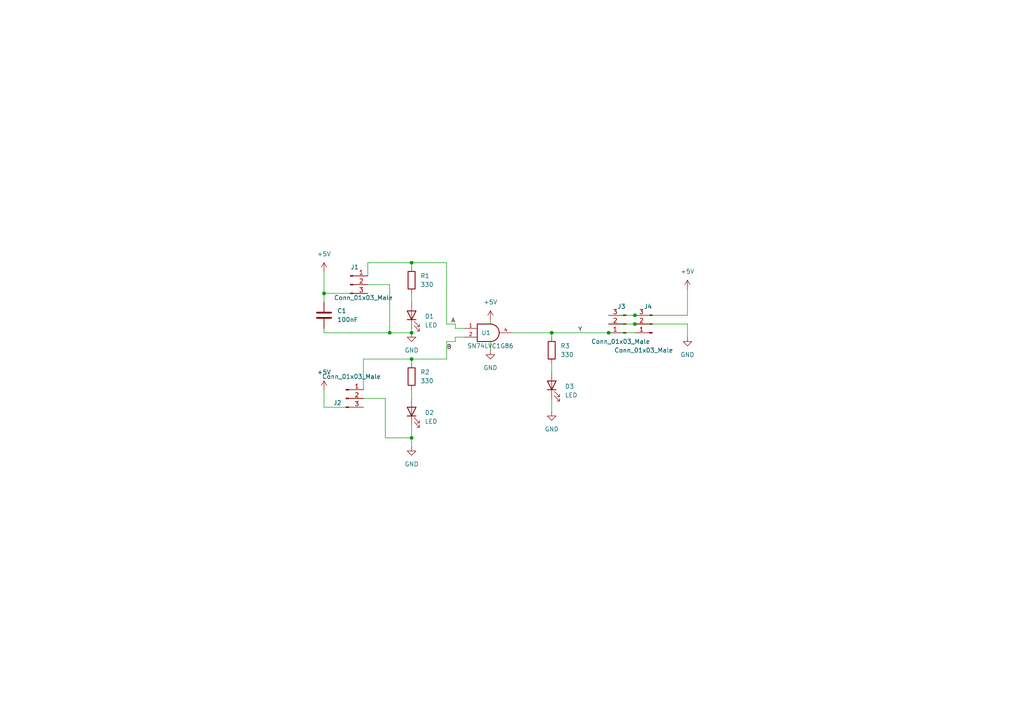
<source format=kicad_sch>
(kicad_sch
	(version 20231120)
	(generator "eeschema")
	(generator_version "8.0")
	(uuid "c58960d9-4cac-4036-ad2e-1aef26946dae")
	(paper "A4")
	(lib_symbols
		(symbol "74xGxx:74LVC1G08"
			(pin_names
				(offset 1.016)
			)
			(exclude_from_sim no)
			(in_bom yes)
			(on_board yes)
			(property "Reference" "U"
				(at -2.54 3.81 0)
				(effects
					(font
						(size 1.27 1.27)
					)
				)
			)
			(property "Value" "74LVC1G08"
				(at 0 -3.81 0)
				(effects
					(font
						(size 1.27 1.27)
					)
				)
			)
			(property "Footprint" ""
				(at 0 0 0)
				(effects
					(font
						(size 1.27 1.27)
					)
					(hide yes)
				)
			)
			(property "Datasheet" "http://www.ti.com/lit/sg/scyt129e/scyt129e.pdf"
				(at 0 0 0)
				(effects
					(font
						(size 1.27 1.27)
					)
					(hide yes)
				)
			)
			(property "Description" "Single AND Gate, Low-Voltage CMOS"
				(at 0 0 0)
				(effects
					(font
						(size 1.27 1.27)
					)
					(hide yes)
				)
			)
			(property "ki_keywords" "Single Gate AND LVC CMOS"
				(at 0 0 0)
				(effects
					(font
						(size 1.27 1.27)
					)
					(hide yes)
				)
			)
			(property "ki_fp_filters" "SOT* SG-*"
				(at 0 0 0)
				(effects
					(font
						(size 1.27 1.27)
					)
					(hide yes)
				)
			)
			(symbol "74LVC1G08_0_1"
				(arc
					(start 0 -2.54)
					(mid 2.529 0)
					(end 0 2.54)
					(stroke
						(width 0.254)
						(type default)
					)
					(fill
						(type none)
					)
				)
				(polyline
					(pts
						(xy 0 -2.54) (xy -3.81 -2.54) (xy -3.81 2.54) (xy 0 2.54)
					)
					(stroke
						(width 0.254)
						(type default)
					)
					(fill
						(type none)
					)
				)
			)
			(symbol "74LVC1G08_1_1"
				(pin input line
					(at -7.62 1.27 0)
					(length 3.81)
					(name "~"
						(effects
							(font
								(size 1.016 1.016)
							)
						)
					)
					(number "1"
						(effects
							(font
								(size 1.016 1.016)
							)
						)
					)
				)
				(pin input line
					(at -7.62 -1.27 0)
					(length 3.81)
					(name "~"
						(effects
							(font
								(size 1.016 1.016)
							)
						)
					)
					(number "2"
						(effects
							(font
								(size 1.016 1.016)
							)
						)
					)
				)
				(pin power_in line
					(at 0 -2.54 270)
					(length 0) hide
					(name "GND"
						(effects
							(font
								(size 1.016 1.016)
							)
						)
					)
					(number "3"
						(effects
							(font
								(size 1.016 1.016)
							)
						)
					)
				)
				(pin output line
					(at 6.35 0 180)
					(length 3.81)
					(name "~"
						(effects
							(font
								(size 1.016 1.016)
							)
						)
					)
					(number "4"
						(effects
							(font
								(size 1.016 1.016)
							)
						)
					)
				)
				(pin power_in line
					(at 0 2.54 90)
					(length 0) hide
					(name "VCC"
						(effects
							(font
								(size 1.016 1.016)
							)
						)
					)
					(number "5"
						(effects
							(font
								(size 1.016 1.016)
							)
						)
					)
				)
			)
		)
		(symbol "Connector:Conn_01x03_Male"
			(pin_names
				(offset 1.016) hide)
			(exclude_from_sim no)
			(in_bom yes)
			(on_board yes)
			(property "Reference" "J"
				(at 0 5.08 0)
				(effects
					(font
						(size 1.27 1.27)
					)
				)
			)
			(property "Value" "Conn_01x03_Male"
				(at 0 -5.08 0)
				(effects
					(font
						(size 1.27 1.27)
					)
				)
			)
			(property "Footprint" ""
				(at 0 0 0)
				(effects
					(font
						(size 1.27 1.27)
					)
					(hide yes)
				)
			)
			(property "Datasheet" "~"
				(at 0 0 0)
				(effects
					(font
						(size 1.27 1.27)
					)
					(hide yes)
				)
			)
			(property "Description" "Generic connector, single row, 01x03, script generated (kicad-library-utils/schlib/autogen/connector/)"
				(at 0 0 0)
				(effects
					(font
						(size 1.27 1.27)
					)
					(hide yes)
				)
			)
			(property "ki_keywords" "connector"
				(at 0 0 0)
				(effects
					(font
						(size 1.27 1.27)
					)
					(hide yes)
				)
			)
			(property "ki_fp_filters" "Connector*:*_1x??_*"
				(at 0 0 0)
				(effects
					(font
						(size 1.27 1.27)
					)
					(hide yes)
				)
			)
			(symbol "Conn_01x03_Male_1_1"
				(polyline
					(pts
						(xy 1.27 -2.54) (xy 0.8636 -2.54)
					)
					(stroke
						(width 0.1524)
						(type default)
					)
					(fill
						(type none)
					)
				)
				(polyline
					(pts
						(xy 1.27 0) (xy 0.8636 0)
					)
					(stroke
						(width 0.1524)
						(type default)
					)
					(fill
						(type none)
					)
				)
				(polyline
					(pts
						(xy 1.27 2.54) (xy 0.8636 2.54)
					)
					(stroke
						(width 0.1524)
						(type default)
					)
					(fill
						(type none)
					)
				)
				(rectangle
					(start 0.8636 -2.413)
					(end 0 -2.667)
					(stroke
						(width 0.1524)
						(type default)
					)
					(fill
						(type outline)
					)
				)
				(rectangle
					(start 0.8636 0.127)
					(end 0 -0.127)
					(stroke
						(width 0.1524)
						(type default)
					)
					(fill
						(type outline)
					)
				)
				(rectangle
					(start 0.8636 2.667)
					(end 0 2.413)
					(stroke
						(width 0.1524)
						(type default)
					)
					(fill
						(type outline)
					)
				)
				(pin passive line
					(at 5.08 2.54 180)
					(length 3.81)
					(name "Pin_1"
						(effects
							(font
								(size 1.27 1.27)
							)
						)
					)
					(number "1"
						(effects
							(font
								(size 1.27 1.27)
							)
						)
					)
				)
				(pin passive line
					(at 5.08 0 180)
					(length 3.81)
					(name "Pin_2"
						(effects
							(font
								(size 1.27 1.27)
							)
						)
					)
					(number "2"
						(effects
							(font
								(size 1.27 1.27)
							)
						)
					)
				)
				(pin passive line
					(at 5.08 -2.54 180)
					(length 3.81)
					(name "Pin_3"
						(effects
							(font
								(size 1.27 1.27)
							)
						)
					)
					(number "3"
						(effects
							(font
								(size 1.27 1.27)
							)
						)
					)
				)
			)
		)
		(symbol "Device:C"
			(pin_numbers hide)
			(pin_names
				(offset 0.254)
			)
			(exclude_from_sim no)
			(in_bom yes)
			(on_board yes)
			(property "Reference" "C"
				(at 0.635 2.54 0)
				(effects
					(font
						(size 1.27 1.27)
					)
					(justify left)
				)
			)
			(property "Value" "C"
				(at 0.635 -2.54 0)
				(effects
					(font
						(size 1.27 1.27)
					)
					(justify left)
				)
			)
			(property "Footprint" ""
				(at 0.9652 -3.81 0)
				(effects
					(font
						(size 1.27 1.27)
					)
					(hide yes)
				)
			)
			(property "Datasheet" "~"
				(at 0 0 0)
				(effects
					(font
						(size 1.27 1.27)
					)
					(hide yes)
				)
			)
			(property "Description" "Unpolarized capacitor"
				(at 0 0 0)
				(effects
					(font
						(size 1.27 1.27)
					)
					(hide yes)
				)
			)
			(property "ki_keywords" "cap capacitor"
				(at 0 0 0)
				(effects
					(font
						(size 1.27 1.27)
					)
					(hide yes)
				)
			)
			(property "ki_fp_filters" "C_*"
				(at 0 0 0)
				(effects
					(font
						(size 1.27 1.27)
					)
					(hide yes)
				)
			)
			(symbol "C_0_1"
				(polyline
					(pts
						(xy -2.032 -0.762) (xy 2.032 -0.762)
					)
					(stroke
						(width 0.508)
						(type default)
					)
					(fill
						(type none)
					)
				)
				(polyline
					(pts
						(xy -2.032 0.762) (xy 2.032 0.762)
					)
					(stroke
						(width 0.508)
						(type default)
					)
					(fill
						(type none)
					)
				)
			)
			(symbol "C_1_1"
				(pin passive line
					(at 0 3.81 270)
					(length 2.794)
					(name "~"
						(effects
							(font
								(size 1.27 1.27)
							)
						)
					)
					(number "1"
						(effects
							(font
								(size 1.27 1.27)
							)
						)
					)
				)
				(pin passive line
					(at 0 -3.81 90)
					(length 2.794)
					(name "~"
						(effects
							(font
								(size 1.27 1.27)
							)
						)
					)
					(number "2"
						(effects
							(font
								(size 1.27 1.27)
							)
						)
					)
				)
			)
		)
		(symbol "Device:LED"
			(pin_numbers hide)
			(pin_names
				(offset 1.016) hide)
			(exclude_from_sim no)
			(in_bom yes)
			(on_board yes)
			(property "Reference" "D"
				(at 0 2.54 0)
				(effects
					(font
						(size 1.27 1.27)
					)
				)
			)
			(property "Value" "LED"
				(at 0 -2.54 0)
				(effects
					(font
						(size 1.27 1.27)
					)
				)
			)
			(property "Footprint" ""
				(at 0 0 0)
				(effects
					(font
						(size 1.27 1.27)
					)
					(hide yes)
				)
			)
			(property "Datasheet" "~"
				(at 0 0 0)
				(effects
					(font
						(size 1.27 1.27)
					)
					(hide yes)
				)
			)
			(property "Description" "Light emitting diode"
				(at 0 0 0)
				(effects
					(font
						(size 1.27 1.27)
					)
					(hide yes)
				)
			)
			(property "ki_keywords" "LED diode"
				(at 0 0 0)
				(effects
					(font
						(size 1.27 1.27)
					)
					(hide yes)
				)
			)
			(property "ki_fp_filters" "LED* LED_SMD:* LED_THT:*"
				(at 0 0 0)
				(effects
					(font
						(size 1.27 1.27)
					)
					(hide yes)
				)
			)
			(symbol "LED_0_1"
				(polyline
					(pts
						(xy -1.27 -1.27) (xy -1.27 1.27)
					)
					(stroke
						(width 0.254)
						(type default)
					)
					(fill
						(type none)
					)
				)
				(polyline
					(pts
						(xy -1.27 0) (xy 1.27 0)
					)
					(stroke
						(width 0)
						(type default)
					)
					(fill
						(type none)
					)
				)
				(polyline
					(pts
						(xy 1.27 -1.27) (xy 1.27 1.27) (xy -1.27 0) (xy 1.27 -1.27)
					)
					(stroke
						(width 0.254)
						(type default)
					)
					(fill
						(type none)
					)
				)
				(polyline
					(pts
						(xy -3.048 -0.762) (xy -4.572 -2.286) (xy -3.81 -2.286) (xy -4.572 -2.286) (xy -4.572 -1.524)
					)
					(stroke
						(width 0)
						(type default)
					)
					(fill
						(type none)
					)
				)
				(polyline
					(pts
						(xy -1.778 -0.762) (xy -3.302 -2.286) (xy -2.54 -2.286) (xy -3.302 -2.286) (xy -3.302 -1.524)
					)
					(stroke
						(width 0)
						(type default)
					)
					(fill
						(type none)
					)
				)
			)
			(symbol "LED_1_1"
				(pin passive line
					(at -3.81 0 0)
					(length 2.54)
					(name "K"
						(effects
							(font
								(size 1.27 1.27)
							)
						)
					)
					(number "1"
						(effects
							(font
								(size 1.27 1.27)
							)
						)
					)
				)
				(pin passive line
					(at 3.81 0 180)
					(length 2.54)
					(name "A"
						(effects
							(font
								(size 1.27 1.27)
							)
						)
					)
					(number "2"
						(effects
							(font
								(size 1.27 1.27)
							)
						)
					)
				)
			)
		)
		(symbol "Device:R"
			(pin_numbers hide)
			(pin_names
				(offset 0)
			)
			(exclude_from_sim no)
			(in_bom yes)
			(on_board yes)
			(property "Reference" "R"
				(at 2.032 0 90)
				(effects
					(font
						(size 1.27 1.27)
					)
				)
			)
			(property "Value" "R"
				(at 0 0 90)
				(effects
					(font
						(size 1.27 1.27)
					)
				)
			)
			(property "Footprint" ""
				(at -1.778 0 90)
				(effects
					(font
						(size 1.27 1.27)
					)
					(hide yes)
				)
			)
			(property "Datasheet" "~"
				(at 0 0 0)
				(effects
					(font
						(size 1.27 1.27)
					)
					(hide yes)
				)
			)
			(property "Description" "Resistor"
				(at 0 0 0)
				(effects
					(font
						(size 1.27 1.27)
					)
					(hide yes)
				)
			)
			(property "ki_keywords" "R res resistor"
				(at 0 0 0)
				(effects
					(font
						(size 1.27 1.27)
					)
					(hide yes)
				)
			)
			(property "ki_fp_filters" "R_*"
				(at 0 0 0)
				(effects
					(font
						(size 1.27 1.27)
					)
					(hide yes)
				)
			)
			(symbol "R_0_1"
				(rectangle
					(start -1.016 -2.54)
					(end 1.016 2.54)
					(stroke
						(width 0.254)
						(type default)
					)
					(fill
						(type none)
					)
				)
			)
			(symbol "R_1_1"
				(pin passive line
					(at 0 3.81 270)
					(length 1.27)
					(name "~"
						(effects
							(font
								(size 1.27 1.27)
							)
						)
					)
					(number "1"
						(effects
							(font
								(size 1.27 1.27)
							)
						)
					)
				)
				(pin passive line
					(at 0 -3.81 90)
					(length 1.27)
					(name "~"
						(effects
							(font
								(size 1.27 1.27)
							)
						)
					)
					(number "2"
						(effects
							(font
								(size 1.27 1.27)
							)
						)
					)
				)
			)
		)
		(symbol "power:+5V"
			(power)
			(pin_names
				(offset 0)
			)
			(exclude_from_sim no)
			(in_bom yes)
			(on_board yes)
			(property "Reference" "#PWR"
				(at 0 -3.81 0)
				(effects
					(font
						(size 1.27 1.27)
					)
					(hide yes)
				)
			)
			(property "Value" "+5V"
				(at 0 3.556 0)
				(effects
					(font
						(size 1.27 1.27)
					)
				)
			)
			(property "Footprint" ""
				(at 0 0 0)
				(effects
					(font
						(size 1.27 1.27)
					)
					(hide yes)
				)
			)
			(property "Datasheet" ""
				(at 0 0 0)
				(effects
					(font
						(size 1.27 1.27)
					)
					(hide yes)
				)
			)
			(property "Description" "Power symbol creates a global label with name \"+5V\""
				(at 0 0 0)
				(effects
					(font
						(size 1.27 1.27)
					)
					(hide yes)
				)
			)
			(property "ki_keywords" "power-flag"
				(at 0 0 0)
				(effects
					(font
						(size 1.27 1.27)
					)
					(hide yes)
				)
			)
			(symbol "+5V_0_1"
				(polyline
					(pts
						(xy -0.762 1.27) (xy 0 2.54)
					)
					(stroke
						(width 0)
						(type default)
					)
					(fill
						(type none)
					)
				)
				(polyline
					(pts
						(xy 0 0) (xy 0 2.54)
					)
					(stroke
						(width 0)
						(type default)
					)
					(fill
						(type none)
					)
				)
				(polyline
					(pts
						(xy 0 2.54) (xy 0.762 1.27)
					)
					(stroke
						(width 0)
						(type default)
					)
					(fill
						(type none)
					)
				)
			)
			(symbol "+5V_1_1"
				(pin power_in line
					(at 0 0 90)
					(length 0) hide
					(name "+5V"
						(effects
							(font
								(size 1.27 1.27)
							)
						)
					)
					(number "1"
						(effects
							(font
								(size 1.27 1.27)
							)
						)
					)
				)
			)
		)
		(symbol "power:GND"
			(power)
			(pin_names
				(offset 0)
			)
			(exclude_from_sim no)
			(in_bom yes)
			(on_board yes)
			(property "Reference" "#PWR"
				(at 0 -6.35 0)
				(effects
					(font
						(size 1.27 1.27)
					)
					(hide yes)
				)
			)
			(property "Value" "GND"
				(at 0 -3.81 0)
				(effects
					(font
						(size 1.27 1.27)
					)
				)
			)
			(property "Footprint" ""
				(at 0 0 0)
				(effects
					(font
						(size 1.27 1.27)
					)
					(hide yes)
				)
			)
			(property "Datasheet" ""
				(at 0 0 0)
				(effects
					(font
						(size 1.27 1.27)
					)
					(hide yes)
				)
			)
			(property "Description" "Power symbol creates a global label with name \"GND\" , ground"
				(at 0 0 0)
				(effects
					(font
						(size 1.27 1.27)
					)
					(hide yes)
				)
			)
			(property "ki_keywords" "power-flag"
				(at 0 0 0)
				(effects
					(font
						(size 1.27 1.27)
					)
					(hide yes)
				)
			)
			(symbol "GND_0_1"
				(polyline
					(pts
						(xy 0 0) (xy 0 -1.27) (xy 1.27 -1.27) (xy 0 -2.54) (xy -1.27 -1.27) (xy 0 -1.27)
					)
					(stroke
						(width 0)
						(type default)
					)
					(fill
						(type none)
					)
				)
			)
			(symbol "GND_1_1"
				(pin power_in line
					(at 0 0 270)
					(length 0) hide
					(name "GND"
						(effects
							(font
								(size 1.27 1.27)
							)
						)
					)
					(number "1"
						(effects
							(font
								(size 1.27 1.27)
							)
						)
					)
				)
			)
		)
	)
	(junction
		(at 119.38 96.52)
		(diameter 0)
		(color 0 0 0 0)
		(uuid "1e9b7fc1-f8b8-421f-9347-3d66318539f9")
	)
	(junction
		(at 93.98 85.09)
		(diameter 0)
		(color 0 0 0 0)
		(uuid "23dc6608-56bf-4669-934d-68af9d8b4eda")
	)
	(junction
		(at 160.02 96.52)
		(diameter 0)
		(color 0 0 0 0)
		(uuid "3c5e5ea9-793d-46e3-86bc-5884c4490dc7")
	)
	(junction
		(at 119.38 76.2)
		(diameter 0)
		(color 0 0 0 0)
		(uuid "43707e99-bdd7-4b02-9974-540ed6c2b0aa")
	)
	(junction
		(at 184.15 93.98)
		(diameter 0)
		(color 0 0 0 0)
		(uuid "511e9a47-88c1-4b75-8962-849e854cb5b9")
	)
	(junction
		(at 119.38 104.14)
		(diameter 0)
		(color 0 0 0 0)
		(uuid "54212c01-b363-47b8-a145-45c40df316f4")
	)
	(junction
		(at 176.53 96.52)
		(diameter 0)
		(color 0 0 0 0)
		(uuid "9d87d66c-04b6-4d77-8e65-ee3d79da3f81")
	)
	(junction
		(at 113.03 96.52)
		(diameter 0)
		(color 0 0 0 0)
		(uuid "b89b6d43-23a4-4aa3-8016-489eef644d7a")
	)
	(junction
		(at 119.38 127)
		(diameter 0)
		(color 0 0 0 0)
		(uuid "c08d36b5-940c-4e7c-a73c-f340ce908dd0")
	)
	(junction
		(at 184.15 91.44)
		(diameter 0)
		(color 0 0 0 0)
		(uuid "caacacee-6a11-4f77-adb3-e35a6e2a5f8e")
	)
	(wire
		(pts
			(xy 134.62 97.79) (xy 132.08 97.79)
		)
		(stroke
			(width 0)
			(type default)
		)
		(uuid "029e7543-83c3-4189-8def-05112de95896")
	)
	(wire
		(pts
			(xy 106.68 76.2) (xy 119.38 76.2)
		)
		(stroke
			(width 0)
			(type default)
		)
		(uuid "076046ab-4b56-4060-b8d9-0d80806d0277")
	)
	(wire
		(pts
			(xy 93.98 85.09) (xy 93.98 87.63)
		)
		(stroke
			(width 0)
			(type default)
		)
		(uuid "118f77f5-452f-4845-8874-0796f1908a63")
	)
	(wire
		(pts
			(xy 160.02 115.57) (xy 160.02 119.38)
		)
		(stroke
			(width 0)
			(type default)
		)
		(uuid "1199146e-a60b-416a-b503-e77d6d2892f9")
	)
	(wire
		(pts
			(xy 184.15 91.44) (xy 199.39 91.44)
		)
		(stroke
			(width 0)
			(type default)
		)
		(uuid "119a7a82-e2ec-415b-91cc-9a0a873f9bd6")
	)
	(wire
		(pts
			(xy 176.53 91.44) (xy 184.15 91.44)
		)
		(stroke
			(width 0)
			(type default)
		)
		(uuid "12174b28-fa2c-42b3-aecd-4250e814e7aa")
	)
	(wire
		(pts
			(xy 105.41 118.11) (xy 93.98 118.11)
		)
		(stroke
			(width 0)
			(type default)
		)
		(uuid "169c9d17-110b-4c3b-b53f-722f145c0857")
	)
	(wire
		(pts
			(xy 148.59 96.52) (xy 160.02 96.52)
		)
		(stroke
			(width 0)
			(type default)
		)
		(uuid "180245d9-4a3f-4d1b-adcc-b4eafac722e0")
	)
	(wire
		(pts
			(xy 129.54 76.2) (xy 129.54 93.98)
		)
		(stroke
			(width 0)
			(type default)
		)
		(uuid "196a8dd5-5fd6-4c7f-ae4a-0104bd82e61b")
	)
	(wire
		(pts
			(xy 113.03 82.55) (xy 113.03 96.52)
		)
		(stroke
			(width 0)
			(type default)
		)
		(uuid "1b4f8c82-3222-4760-8105-e571c9d4f246")
	)
	(wire
		(pts
			(xy 93.98 85.09) (xy 106.68 85.09)
		)
		(stroke
			(width 0)
			(type default)
		)
		(uuid "1f11ad4f-3010-4903-b926-1194a5e0f425")
	)
	(wire
		(pts
			(xy 129.54 99.06) (xy 132.08 99.06)
		)
		(stroke
			(width 0)
			(type default)
		)
		(uuid "1fbb0219-551e-409b-a61b-76e8cebdfb9d")
	)
	(wire
		(pts
			(xy 160.02 105.41) (xy 160.02 107.95)
		)
		(stroke
			(width 0)
			(type default)
		)
		(uuid "2454fd1b-3484-4838-8b7e-d26357238fe1")
	)
	(wire
		(pts
			(xy 176.53 93.98) (xy 184.15 93.98)
		)
		(stroke
			(width 0)
			(type default)
		)
		(uuid "24c01a78-3470-4b05-b7bc-6162cce2180f")
	)
	(wire
		(pts
			(xy 105.41 115.57) (xy 111.76 115.57)
		)
		(stroke
			(width 0)
			(type default)
		)
		(uuid "30da22f2-e634-49a5-abeb-82d507c89cca")
	)
	(wire
		(pts
			(xy 113.03 96.52) (xy 119.38 96.52)
		)
		(stroke
			(width 0)
			(type default)
		)
		(uuid "336c6dbc-0a7e-4444-9ed9-286e298d99da")
	)
	(wire
		(pts
			(xy 142.24 92.71) (xy 142.24 93.98)
		)
		(stroke
			(width 0)
			(type default)
		)
		(uuid "380f384c-ebb9-4bed-867a-850868207c86")
	)
	(wire
		(pts
			(xy 199.39 83.82) (xy 199.39 91.44)
		)
		(stroke
			(width 0)
			(type default)
		)
		(uuid "3ae056f4-6a7e-4768-8469-f6c7c1cbd7b2")
	)
	(wire
		(pts
			(xy 132.08 93.98) (xy 129.54 93.98)
		)
		(stroke
			(width 0)
			(type default)
		)
		(uuid "45884597-7014-4461-83ee-9975c42b9a53")
	)
	(wire
		(pts
			(xy 160.02 96.52) (xy 176.53 96.52)
		)
		(stroke
			(width 0)
			(type default)
		)
		(uuid "4602f25e-67da-4174-86d6-bbb672ef7724")
	)
	(wire
		(pts
			(xy 105.41 104.14) (xy 119.38 104.14)
		)
		(stroke
			(width 0)
			(type default)
		)
		(uuid "469d0695-475a-444a-9f33-78ae4de4676d")
	)
	(wire
		(pts
			(xy 184.15 93.98) (xy 199.39 93.98)
		)
		(stroke
			(width 0)
			(type default)
		)
		(uuid "567940ec-4cec-43d3-8eab-b4df0e8df3d1")
	)
	(wire
		(pts
			(xy 119.38 85.09) (xy 119.38 87.63)
		)
		(stroke
			(width 0)
			(type default)
		)
		(uuid "5d9921f1-08b3-4cc9-8cf7-e9a72ca2fdb7")
	)
	(wire
		(pts
			(xy 199.39 93.98) (xy 199.39 97.79)
		)
		(stroke
			(width 0)
			(type default)
		)
		(uuid "6377b4a9-01c5-43f6-8543-b02df9364840")
	)
	(wire
		(pts
			(xy 105.41 113.03) (xy 105.41 104.14)
		)
		(stroke
			(width 0)
			(type default)
		)
		(uuid "691c5751-a4c7-4f00-b6d1-d37910719f17")
	)
	(wire
		(pts
			(xy 111.76 115.57) (xy 111.76 127)
		)
		(stroke
			(width 0)
			(type default)
		)
		(uuid "76ab09bc-ba3a-40a2-9aa0-cc651d4cd521")
	)
	(wire
		(pts
			(xy 119.38 104.14) (xy 129.54 104.14)
		)
		(stroke
			(width 0)
			(type default)
		)
		(uuid "79770cd5-32d7-429a-8248-0d9e6212231a")
	)
	(wire
		(pts
			(xy 119.38 127) (xy 119.38 129.54)
		)
		(stroke
			(width 0)
			(type default)
		)
		(uuid "7c7213b4-2cca-4235-8a4f-a07a0acf21eb")
	)
	(wire
		(pts
			(xy 93.98 113.03) (xy 93.98 118.11)
		)
		(stroke
			(width 0)
			(type default)
		)
		(uuid "8de68870-5d02-4792-905b-2e9e44982a07")
	)
	(wire
		(pts
			(xy 119.38 95.25) (xy 119.38 96.52)
		)
		(stroke
			(width 0)
			(type default)
		)
		(uuid "9186fd02-f30d-4e17-aa38-378ab73e3908")
	)
	(wire
		(pts
			(xy 129.54 104.14) (xy 129.54 99.06)
		)
		(stroke
			(width 0)
			(type default)
		)
		(uuid "99332785-d9f1-4363-9377-26ddc18e6d2c")
	)
	(wire
		(pts
			(xy 119.38 123.19) (xy 119.38 127)
		)
		(stroke
			(width 0)
			(type default)
		)
		(uuid "997c2f12-73ba-4c01-9ee0-42e37cbab790")
	)
	(wire
		(pts
			(xy 132.08 93.98) (xy 132.08 95.25)
		)
		(stroke
			(width 0)
			(type default)
		)
		(uuid "a49bfe8c-5e21-4b17-ad20-4dbeab669687")
	)
	(wire
		(pts
			(xy 93.98 95.25) (xy 93.98 96.52)
		)
		(stroke
			(width 0)
			(type default)
		)
		(uuid "aa130053-a451-4f12-97f7-3d4d891a5f83")
	)
	(wire
		(pts
			(xy 119.38 77.47) (xy 119.38 76.2)
		)
		(stroke
			(width 0)
			(type default)
		)
		(uuid "b0271cdd-de22-4bf4-8f55-fc137cfbd4ec")
	)
	(wire
		(pts
			(xy 93.98 96.52) (xy 113.03 96.52)
		)
		(stroke
			(width 0)
			(type default)
		)
		(uuid "b09666f9-12f1-4ee9-8877-2292c94258ca")
	)
	(wire
		(pts
			(xy 132.08 97.79) (xy 132.08 99.06)
		)
		(stroke
			(width 0)
			(type default)
		)
		(uuid "b8bf6010-53d9-40f8-a421-ef35f0933904")
	)
	(wire
		(pts
			(xy 119.38 76.2) (xy 129.54 76.2)
		)
		(stroke
			(width 0)
			(type default)
		)
		(uuid "c514e30c-e48e-4ca5-ab44-8b3afedef1f2")
	)
	(wire
		(pts
			(xy 93.98 78.74) (xy 93.98 85.09)
		)
		(stroke
			(width 0)
			(type default)
		)
		(uuid "c6f07f09-0dc1-4ce1-8fe0-f084de5bcbc2")
	)
	(wire
		(pts
			(xy 111.76 127) (xy 119.38 127)
		)
		(stroke
			(width 0)
			(type default)
		)
		(uuid "c8fd9dd3-06ad-4146-9239-0065013959ef")
	)
	(wire
		(pts
			(xy 119.38 113.03) (xy 119.38 115.57)
		)
		(stroke
			(width 0)
			(type default)
		)
		(uuid "dae72997-44fc-4275-b36f-cd70bf46cfba")
	)
	(wire
		(pts
			(xy 176.53 96.52) (xy 184.15 96.52)
		)
		(stroke
			(width 0)
			(type default)
		)
		(uuid "e17480b8-d344-4339-aa2d-7942c795e4bd")
	)
	(wire
		(pts
			(xy 119.38 105.41) (xy 119.38 104.14)
		)
		(stroke
			(width 0)
			(type default)
		)
		(uuid "e4e20505-1208-4100-a4aa-676f50844c06")
	)
	(wire
		(pts
			(xy 132.08 95.25) (xy 134.62 95.25)
		)
		(stroke
			(width 0)
			(type default)
		)
		(uuid "e52330e4-3d58-40fb-8b1a-b21a2d747617")
	)
	(wire
		(pts
			(xy 106.68 82.55) (xy 113.03 82.55)
		)
		(stroke
			(width 0)
			(type default)
		)
		(uuid "e64b4a7c-5015-403a-ab34-bd8d4f4f2579")
	)
	(wire
		(pts
			(xy 106.68 76.2) (xy 106.68 80.01)
		)
		(stroke
			(width 0)
			(type default)
		)
		(uuid "f6e801f1-2123-4f29-87b5-df20757db1e6")
	)
	(wire
		(pts
			(xy 160.02 97.79) (xy 160.02 96.52)
		)
		(stroke
			(width 0)
			(type default)
		)
		(uuid "f8f3a9fc-1e34-4573-a767-508104e8d242")
	)
	(wire
		(pts
			(xy 142.24 99.06) (xy 142.24 101.6)
		)
		(stroke
			(width 0)
			(type default)
		)
		(uuid "fbd8e583-6703-44f2-a1be-b22f87e3e0a7")
	)
	(label "Y"
		(at 167.64 96.52 0)
		(effects
			(font
				(size 1.2446 1.2446)
			)
			(justify left bottom)
		)
		(uuid "98914cc3-56fe-40bb-820a-3d157225c145")
	)
	(label "B"
		(at 129.54 101.6 0)
		(effects
			(font
				(size 1.2446 1.2446)
			)
			(justify left bottom)
		)
		(uuid "99dfa524-0366-4808-b4e8-328fc38e8656")
	)
	(label "A"
		(at 130.81 93.98 0)
		(effects
			(font
				(size 1.2446 1.2446)
			)
			(justify left bottom)
		)
		(uuid "d4c9471f-7503-4339-928c-d1abae1eede6")
	)
	(symbol
		(lib_id "power:+5V")
		(at 199.39 83.82 0)
		(unit 1)
		(exclude_from_sim no)
		(in_bom yes)
		(on_board yes)
		(dnp no)
		(fields_autoplaced yes)
		(uuid "04e0d033-de54-4add-9233-80bbb05dc2cf")
		(property "Reference" "#PWR0102"
			(at 199.39 87.63 0)
			(effects
				(font
					(size 1.27 1.27)
				)
				(hide yes)
			)
		)
		(property "Value" "+5V"
			(at 199.39 78.74 0)
			(effects
				(font
					(size 1.27 1.27)
				)
			)
		)
		(property "Footprint" ""
			(at 199.39 83.82 0)
			(effects
				(font
					(size 1.27 1.27)
				)
				(hide yes)
			)
		)
		(property "Datasheet" ""
			(at 199.39 83.82 0)
			(effects
				(font
					(size 1.27 1.27)
				)
				(hide yes)
			)
		)
		(property "Description" ""
			(at 199.39 83.82 0)
			(effects
				(font
					(size 1.27 1.27)
				)
				(hide yes)
			)
		)
		(pin "1"
			(uuid "748985b8-be37-41cd-b7eb-0fffb11765ff")
		)
		(instances
			(project "ORgate"
				(path "/c58960d9-4cac-4036-ad2e-1aef26946dae"
					(reference "#PWR0102")
					(unit 1)
				)
			)
		)
	)
	(symbol
		(lib_id "power:GND")
		(at 119.38 96.52 0)
		(unit 1)
		(exclude_from_sim no)
		(in_bom yes)
		(on_board yes)
		(dnp no)
		(fields_autoplaced yes)
		(uuid "0f575350-c4e9-421c-ba59-ad23a25941ed")
		(property "Reference" "#PWR0109"
			(at 119.38 102.87 0)
			(effects
				(font
					(size 1.27 1.27)
				)
				(hide yes)
			)
		)
		(property "Value" "GND"
			(at 119.38 101.6 0)
			(effects
				(font
					(size 1.27 1.27)
				)
			)
		)
		(property "Footprint" ""
			(at 119.38 96.52 0)
			(effects
				(font
					(size 1.27 1.27)
				)
				(hide yes)
			)
		)
		(property "Datasheet" ""
			(at 119.38 96.52 0)
			(effects
				(font
					(size 1.27 1.27)
				)
				(hide yes)
			)
		)
		(property "Description" ""
			(at 119.38 96.52 0)
			(effects
				(font
					(size 1.27 1.27)
				)
				(hide yes)
			)
		)
		(pin "1"
			(uuid "e40606ec-99da-470a-a153-7861cde7681f")
		)
		(instances
			(project "ORgate"
				(path "/c58960d9-4cac-4036-ad2e-1aef26946dae"
					(reference "#PWR0109")
					(unit 1)
				)
			)
		)
	)
	(symbol
		(lib_id "Device:LED")
		(at 119.38 91.44 90)
		(unit 1)
		(exclude_from_sim no)
		(in_bom yes)
		(on_board yes)
		(dnp no)
		(fields_autoplaced yes)
		(uuid "22128071-faad-4e05-ba97-52e9059041ea")
		(property "Reference" "D1"
			(at 123.19 91.7574 90)
			(effects
				(font
					(size 1.27 1.27)
				)
				(justify right)
			)
		)
		(property "Value" "LED"
			(at 123.19 94.2974 90)
			(effects
				(font
					(size 1.27 1.27)
				)
				(justify right)
			)
		)
		(property "Footprint" "shurik-personal:LITE_ON_LTST_C230TBKT-LED_1206_3216Metric_ReverseMount"
			(at 119.38 91.44 0)
			(effects
				(font
					(size 1.27 1.27)
				)
				(hide yes)
			)
		)
		(property "Datasheet" "~"
			(at 119.38 91.44 0)
			(effects
				(font
					(size 1.27 1.27)
				)
				(hide yes)
			)
		)
		(property "Description" ""
			(at 119.38 91.44 0)
			(effects
				(font
					(size 1.27 1.27)
				)
				(hide yes)
			)
		)
		(property "LCSC" "C125109"
			(at 123.19 91.7574 0)
			(effects
				(font
					(size 1.27 1.27)
				)
				(hide yes)
			)
		)
		(pin "1"
			(uuid "612feb18-03c4-47e5-9a09-baa79b31abb0")
		)
		(pin "2"
			(uuid "0ed56bdf-a82e-4bb5-85ab-6a3bff69b164")
		)
		(instances
			(project "ORgate"
				(path "/c58960d9-4cac-4036-ad2e-1aef26946dae"
					(reference "D1")
					(unit 1)
				)
			)
		)
	)
	(symbol
		(lib_id "power:GND")
		(at 199.39 97.79 0)
		(unit 1)
		(exclude_from_sim no)
		(in_bom yes)
		(on_board yes)
		(dnp no)
		(fields_autoplaced yes)
		(uuid "2407c409-b61c-4a95-b56b-bc7e738bf99c")
		(property "Reference" "#PWR0105"
			(at 199.39 104.14 0)
			(effects
				(font
					(size 1.27 1.27)
				)
				(hide yes)
			)
		)
		(property "Value" "GND"
			(at 199.39 102.87 0)
			(effects
				(font
					(size 1.27 1.27)
				)
			)
		)
		(property "Footprint" ""
			(at 199.39 97.79 0)
			(effects
				(font
					(size 1.27 1.27)
				)
				(hide yes)
			)
		)
		(property "Datasheet" ""
			(at 199.39 97.79 0)
			(effects
				(font
					(size 1.27 1.27)
				)
				(hide yes)
			)
		)
		(property "Description" ""
			(at 199.39 97.79 0)
			(effects
				(font
					(size 1.27 1.27)
				)
				(hide yes)
			)
		)
		(pin "1"
			(uuid "8419400a-8ed7-439a-b9c3-7f6aa9527119")
		)
		(instances
			(project "ORgate"
				(path "/c58960d9-4cac-4036-ad2e-1aef26946dae"
					(reference "#PWR0105")
					(unit 1)
				)
			)
		)
	)
	(symbol
		(lib_id "Connector:Conn_01x03_Male")
		(at 189.23 93.98 180)
		(unit 1)
		(exclude_from_sim no)
		(in_bom yes)
		(on_board yes)
		(dnp no)
		(uuid "4d7e04b3-c9cb-4cac-81b6-5a37c55de0e8")
		(property "Reference" "J4"
			(at 187.96 88.9 0)
			(effects
				(font
					(size 1.27 1.27)
				)
			)
		)
		(property "Value" "Conn_01x03_Male"
			(at 186.69 101.6 0)
			(effects
				(font
					(size 1.27 1.27)
				)
			)
		)
		(property "Footprint" "Connector_Molex:Molex_PicoBlade_53261-0371_1x03-1MP_P1.25mm_Horizontal"
			(at 189.23 93.98 0)
			(effects
				(font
					(size 1.27 1.27)
				)
				(hide yes)
			)
		)
		(property "Datasheet" "~"
			(at 189.23 93.98 0)
			(effects
				(font
					(size 1.27 1.27)
				)
				(hide yes)
			)
		)
		(property "Description" ""
			(at 189.23 93.98 0)
			(effects
				(font
					(size 1.27 1.27)
				)
				(hide yes)
			)
		)
		(property "LCSC" "C22075"
			(at 187.96 88.9 0)
			(effects
				(font
					(size 1.27 1.27)
				)
				(hide yes)
			)
		)
		(property "FT Rotation Offset" "180"
			(at 189.23 93.98 0)
			(effects
				(font
					(size 1.27 1.27)
				)
				(hide yes)
			)
		)
		(pin "1"
			(uuid "bd455b12-cdd7-41a6-b1de-a9fbec41880c")
		)
		(pin "2"
			(uuid "315f1b74-d9bf-4f55-98af-0ca623e522f6")
		)
		(pin "3"
			(uuid "9eb3404f-5aea-4d1c-a15d-d2a4654e0dc2")
		)
		(instances
			(project "ORgate"
				(path "/c58960d9-4cac-4036-ad2e-1aef26946dae"
					(reference "J4")
					(unit 1)
				)
			)
		)
	)
	(symbol
		(lib_id "Device:LED")
		(at 160.02 111.76 90)
		(unit 1)
		(exclude_from_sim no)
		(in_bom yes)
		(on_board yes)
		(dnp no)
		(fields_autoplaced yes)
		(uuid "50ea647a-461d-46d1-a68b-200b7b148900")
		(property "Reference" "D3"
			(at 163.83 112.0774 90)
			(effects
				(font
					(size 1.27 1.27)
				)
				(justify right)
			)
		)
		(property "Value" "LED"
			(at 163.83 114.6174 90)
			(effects
				(font
					(size 1.27 1.27)
				)
				(justify right)
			)
		)
		(property "Footprint" "shurik-personal:LITE_ON_LTST_C230TBKT-LED_1206_3216Metric_ReverseMount"
			(at 160.02 111.76 0)
			(effects
				(font
					(size 1.27 1.27)
				)
				(hide yes)
			)
		)
		(property "Datasheet" "~"
			(at 160.02 111.76 0)
			(effects
				(font
					(size 1.27 1.27)
				)
				(hide yes)
			)
		)
		(property "Description" ""
			(at 160.02 111.76 0)
			(effects
				(font
					(size 1.27 1.27)
				)
				(hide yes)
			)
		)
		(property "LCSC" "C125109"
			(at 163.83 112.0774 0)
			(effects
				(font
					(size 1.27 1.27)
				)
				(hide yes)
			)
		)
		(pin "1"
			(uuid "9fa301b4-5f2d-4178-a11e-86ed4917803a")
		)
		(pin "2"
			(uuid "52496477-925f-42d9-a5f3-a0a98b37ad57")
		)
		(instances
			(project "ORgate"
				(path "/c58960d9-4cac-4036-ad2e-1aef26946dae"
					(reference "D3")
					(unit 1)
				)
			)
		)
	)
	(symbol
		(lib_id "power:+5V")
		(at 93.98 113.03 0)
		(unit 1)
		(exclude_from_sim no)
		(in_bom yes)
		(on_board yes)
		(dnp no)
		(fields_autoplaced yes)
		(uuid "6566e87d-4087-465a-910c-c7ab9ace5d00")
		(property "Reference" "#PWR0104"
			(at 93.98 116.84 0)
			(effects
				(font
					(size 1.27 1.27)
				)
				(hide yes)
			)
		)
		(property "Value" "+5V"
			(at 93.98 107.95 0)
			(effects
				(font
					(size 1.27 1.27)
				)
			)
		)
		(property "Footprint" ""
			(at 93.98 113.03 0)
			(effects
				(font
					(size 1.27 1.27)
				)
				(hide yes)
			)
		)
		(property "Datasheet" ""
			(at 93.98 113.03 0)
			(effects
				(font
					(size 1.27 1.27)
				)
				(hide yes)
			)
		)
		(property "Description" ""
			(at 93.98 113.03 0)
			(effects
				(font
					(size 1.27 1.27)
				)
				(hide yes)
			)
		)
		(pin "1"
			(uuid "37403871-0aba-4d40-a6ea-adeec3e46bcc")
		)
		(instances
			(project "ORgate"
				(path "/c58960d9-4cac-4036-ad2e-1aef26946dae"
					(reference "#PWR0104")
					(unit 1)
				)
			)
		)
	)
	(symbol
		(lib_id "Device:R")
		(at 119.38 81.28 0)
		(unit 1)
		(exclude_from_sim no)
		(in_bom yes)
		(on_board yes)
		(dnp no)
		(fields_autoplaced yes)
		(uuid "72f5e010-4835-4344-b761-78f2b6a212d3")
		(property "Reference" "R1"
			(at 121.92 80.0099 0)
			(effects
				(font
					(size 1.27 1.27)
				)
				(justify left)
			)
		)
		(property "Value" "330"
			(at 121.92 82.5499 0)
			(effects
				(font
					(size 1.27 1.27)
				)
				(justify left)
			)
		)
		(property "Footprint" "Resistor_SMD:R_0603_1608Metric"
			(at 117.602 81.28 90)
			(effects
				(font
					(size 1.27 1.27)
				)
				(hide yes)
			)
		)
		(property "Datasheet" "~"
			(at 119.38 81.28 0)
			(effects
				(font
					(size 1.27 1.27)
				)
				(hide yes)
			)
		)
		(property "Description" ""
			(at 119.38 81.28 0)
			(effects
				(font
					(size 1.27 1.27)
				)
				(hide yes)
			)
		)
		(property "LCSC" "C23138"
			(at 121.92 80.0099 0)
			(effects
				(font
					(size 1.27 1.27)
				)
				(hide yes)
			)
		)
		(pin "1"
			(uuid "0b739a5d-c787-4f6f-8edd-9626528c59c7")
		)
		(pin "2"
			(uuid "a67fc7f9-f8af-4014-9cb1-cdb494cca8ca")
		)
		(instances
			(project "ORgate"
				(path "/c58960d9-4cac-4036-ad2e-1aef26946dae"
					(reference "R1")
					(unit 1)
				)
			)
		)
	)
	(symbol
		(lib_id "power:GND")
		(at 160.02 119.38 0)
		(unit 1)
		(exclude_from_sim no)
		(in_bom yes)
		(on_board yes)
		(dnp no)
		(fields_autoplaced yes)
		(uuid "73660886-ba28-453c-a3bb-12e2572684ae")
		(property "Reference" "#PWR0103"
			(at 160.02 125.73 0)
			(effects
				(font
					(size 1.27 1.27)
				)
				(hide yes)
			)
		)
		(property "Value" "GND"
			(at 160.02 124.46 0)
			(effects
				(font
					(size 1.27 1.27)
				)
			)
		)
		(property "Footprint" ""
			(at 160.02 119.38 0)
			(effects
				(font
					(size 1.27 1.27)
				)
				(hide yes)
			)
		)
		(property "Datasheet" ""
			(at 160.02 119.38 0)
			(effects
				(font
					(size 1.27 1.27)
				)
				(hide yes)
			)
		)
		(property "Description" ""
			(at 160.02 119.38 0)
			(effects
				(font
					(size 1.27 1.27)
				)
				(hide yes)
			)
		)
		(pin "1"
			(uuid "f32ec8e9-cd2c-447f-ba10-435b5e2c75b0")
		)
		(instances
			(project "ORgate"
				(path "/c58960d9-4cac-4036-ad2e-1aef26946dae"
					(reference "#PWR0103")
					(unit 1)
				)
			)
		)
	)
	(symbol
		(lib_id "power:+5V")
		(at 93.98 78.74 0)
		(unit 1)
		(exclude_from_sim no)
		(in_bom yes)
		(on_board yes)
		(dnp no)
		(fields_autoplaced yes)
		(uuid "73d35f8d-bd8d-4cc2-805a-e50643520b87")
		(property "Reference" "#PWR0101"
			(at 93.98 82.55 0)
			(effects
				(font
					(size 1.27 1.27)
				)
				(hide yes)
			)
		)
		(property "Value" "+5V"
			(at 93.98 73.66 0)
			(effects
				(font
					(size 1.27 1.27)
				)
			)
		)
		(property "Footprint" ""
			(at 93.98 78.74 0)
			(effects
				(font
					(size 1.27 1.27)
				)
				(hide yes)
			)
		)
		(property "Datasheet" ""
			(at 93.98 78.74 0)
			(effects
				(font
					(size 1.27 1.27)
				)
				(hide yes)
			)
		)
		(property "Description" ""
			(at 93.98 78.74 0)
			(effects
				(font
					(size 1.27 1.27)
				)
				(hide yes)
			)
		)
		(pin "1"
			(uuid "cb66fc36-249b-4ca0-8314-6e9f85362870")
		)
		(instances
			(project "ORgate"
				(path "/c58960d9-4cac-4036-ad2e-1aef26946dae"
					(reference "#PWR0101")
					(unit 1)
				)
			)
		)
	)
	(symbol
		(lib_id "Connector:Conn_01x03_Male")
		(at 101.6 82.55 0)
		(unit 1)
		(exclude_from_sim no)
		(in_bom yes)
		(on_board yes)
		(dnp no)
		(uuid "89d9d18a-2ae0-46b2-bc85-1cd930cb14f1")
		(property "Reference" "J1"
			(at 102.87 77.47 0)
			(effects
				(font
					(size 1.27 1.27)
				)
			)
		)
		(property "Value" "Conn_01x03_Male"
			(at 105.41 86.36 0)
			(effects
				(font
					(size 1.27 1.27)
				)
			)
		)
		(property "Footprint" "Connector_Molex:Molex_PicoBlade_53261-0371_1x03-1MP_P1.25mm_Horizontal"
			(at 101.6 82.55 0)
			(effects
				(font
					(size 1.27 1.27)
				)
				(hide yes)
			)
		)
		(property "Datasheet" "~"
			(at 101.6 82.55 0)
			(effects
				(font
					(size 1.27 1.27)
				)
				(hide yes)
			)
		)
		(property "Description" ""
			(at 101.6 82.55 0)
			(effects
				(font
					(size 1.27 1.27)
				)
				(hide yes)
			)
		)
		(property "LCSC" "C22075"
			(at 102.87 77.47 0)
			(effects
				(font
					(size 1.27 1.27)
				)
				(hide yes)
			)
		)
		(property "FT Rotation Offset" "180"
			(at 101.6 82.55 0)
			(effects
				(font
					(size 1.27 1.27)
				)
				(hide yes)
			)
		)
		(pin "1"
			(uuid "6cb4bff2-9f79-4e40-b98f-6e9db8d19cb4")
		)
		(pin "2"
			(uuid "003583ef-b979-41ed-89bf-dd7c25d80b44")
		)
		(pin "3"
			(uuid "6e391c8e-05e8-45a9-a389-e74bf287c536")
		)
		(instances
			(project "ORgate"
				(path "/c58960d9-4cac-4036-ad2e-1aef26946dae"
					(reference "J1")
					(unit 1)
				)
			)
		)
	)
	(symbol
		(lib_id "Device:C")
		(at 93.98 91.44 0)
		(unit 1)
		(exclude_from_sim no)
		(in_bom yes)
		(on_board yes)
		(dnp no)
		(fields_autoplaced yes)
		(uuid "906d436e-f9a5-4903-b1fb-3eb672bf2619")
		(property "Reference" "C1"
			(at 97.79 90.1699 0)
			(effects
				(font
					(size 1.27 1.27)
				)
				(justify left)
			)
		)
		(property "Value" "100nF"
			(at 97.79 92.7099 0)
			(effects
				(font
					(size 1.27 1.27)
				)
				(justify left)
			)
		)
		(property "Footprint" "Capacitor_SMD:C_0603_1608Metric"
			(at 94.9452 95.25 0)
			(effects
				(font
					(size 1.27 1.27)
				)
				(hide yes)
			)
		)
		(property "Datasheet" "~"
			(at 93.98 91.44 0)
			(effects
				(font
					(size 1.27 1.27)
				)
				(hide yes)
			)
		)
		(property "Description" ""
			(at 93.98 91.44 0)
			(effects
				(font
					(size 1.27 1.27)
				)
				(hide yes)
			)
		)
		(property "LCSC" "C14663"
			(at 97.79 90.1699 0)
			(effects
				(font
					(size 1.27 1.27)
				)
				(hide yes)
			)
		)
		(pin "1"
			(uuid "48c20c9c-d84f-466d-ad4e-f33fecd298ea")
		)
		(pin "2"
			(uuid "dbc174f5-2b86-4041-8a87-6bf4acbead6a")
		)
		(instances
			(project "ORgate"
				(path "/c58960d9-4cac-4036-ad2e-1aef26946dae"
					(reference "C1")
					(unit 1)
				)
			)
		)
	)
	(symbol
		(lib_id "power:+5V")
		(at 142.24 92.71 0)
		(unit 1)
		(exclude_from_sim no)
		(in_bom yes)
		(on_board yes)
		(dnp no)
		(fields_autoplaced yes)
		(uuid "a388f148-7dcb-41ae-ba52-3b9198e0edaf")
		(property "Reference" "#PWR0107"
			(at 142.24 96.52 0)
			(effects
				(font
					(size 1.27 1.27)
				)
				(hide yes)
			)
		)
		(property "Value" "+5V"
			(at 142.24 87.63 0)
			(effects
				(font
					(size 1.27 1.27)
				)
			)
		)
		(property "Footprint" ""
			(at 142.24 92.71 0)
			(effects
				(font
					(size 1.27 1.27)
				)
				(hide yes)
			)
		)
		(property "Datasheet" ""
			(at 142.24 92.71 0)
			(effects
				(font
					(size 1.27 1.27)
				)
				(hide yes)
			)
		)
		(property "Description" ""
			(at 142.24 92.71 0)
			(effects
				(font
					(size 1.27 1.27)
				)
				(hide yes)
			)
		)
		(pin "1"
			(uuid "74ff28e7-d515-4c0c-88c5-40b6341ed429")
		)
		(instances
			(project "ORgate"
				(path "/c58960d9-4cac-4036-ad2e-1aef26946dae"
					(reference "#PWR0107")
					(unit 1)
				)
			)
		)
	)
	(symbol
		(lib_id "Connector:Conn_01x03_Male")
		(at 100.33 115.57 0)
		(unit 1)
		(exclude_from_sim no)
		(in_bom yes)
		(on_board yes)
		(dnp no)
		(uuid "aaa022bb-bd6d-4479-887e-1625445e6e8d")
		(property "Reference" "J2"
			(at 99.06 116.8401 0)
			(effects
				(font
					(size 1.27 1.27)
				)
				(justify right)
			)
		)
		(property "Value" "Conn_01x03_Male"
			(at 110.49 109.22 0)
			(effects
				(font
					(size 1.27 1.27)
				)
				(justify right)
			)
		)
		(property "Footprint" "Connector_Molex:Molex_PicoBlade_53261-0371_1x03-1MP_P1.25mm_Horizontal"
			(at 100.33 115.57 0)
			(effects
				(font
					(size 1.27 1.27)
				)
				(hide yes)
			)
		)
		(property "Datasheet" "~"
			(at 100.33 115.57 0)
			(effects
				(font
					(size 1.27 1.27)
				)
				(hide yes)
			)
		)
		(property "Description" ""
			(at 100.33 115.57 0)
			(effects
				(font
					(size 1.27 1.27)
				)
				(hide yes)
			)
		)
		(property "LCSC" "C22075"
			(at 99.06 116.8401 0)
			(effects
				(font
					(size 1.27 1.27)
				)
				(hide yes)
			)
		)
		(property "FT Rotation Offset" "180"
			(at 100.33 115.57 0)
			(effects
				(font
					(size 1.27 1.27)
				)
				(hide yes)
			)
		)
		(pin "1"
			(uuid "23efd828-c3dd-4c72-bb3d-adc9ae35b986")
		)
		(pin "2"
			(uuid "0a7bd530-308f-472e-a3a1-c6642f4cc8a9")
		)
		(pin "3"
			(uuid "228af27e-af75-42e0-91a8-98a3616b945c")
		)
		(instances
			(project "ORgate"
				(path "/c58960d9-4cac-4036-ad2e-1aef26946dae"
					(reference "J2")
					(unit 1)
				)
			)
		)
	)
	(symbol
		(lib_id "power:GND")
		(at 119.38 129.54 0)
		(unit 1)
		(exclude_from_sim no)
		(in_bom yes)
		(on_board yes)
		(dnp no)
		(fields_autoplaced yes)
		(uuid "ba65353f-1ece-4096-855d-177bf27636e0")
		(property "Reference" "#PWR0108"
			(at 119.38 135.89 0)
			(effects
				(font
					(size 1.27 1.27)
				)
				(hide yes)
			)
		)
		(property "Value" "GND"
			(at 119.38 134.62 0)
			(effects
				(font
					(size 1.27 1.27)
				)
			)
		)
		(property "Footprint" ""
			(at 119.38 129.54 0)
			(effects
				(font
					(size 1.27 1.27)
				)
				(hide yes)
			)
		)
		(property "Datasheet" ""
			(at 119.38 129.54 0)
			(effects
				(font
					(size 1.27 1.27)
				)
				(hide yes)
			)
		)
		(property "Description" ""
			(at 119.38 129.54 0)
			(effects
				(font
					(size 1.27 1.27)
				)
				(hide yes)
			)
		)
		(pin "1"
			(uuid "b24e9abd-25d2-45a2-95f5-264cecc9b705")
		)
		(instances
			(project "ORgate"
				(path "/c58960d9-4cac-4036-ad2e-1aef26946dae"
					(reference "#PWR0108")
					(unit 1)
				)
			)
		)
	)
	(symbol
		(lib_id "Device:R")
		(at 119.38 109.22 0)
		(unit 1)
		(exclude_from_sim no)
		(in_bom yes)
		(on_board yes)
		(dnp no)
		(fields_autoplaced yes)
		(uuid "cc023c8a-63d6-4080-a172-6e49d6627fb3")
		(property "Reference" "R2"
			(at 121.92 107.9499 0)
			(effects
				(font
					(size 1.27 1.27)
				)
				(justify left)
			)
		)
		(property "Value" "330"
			(at 121.92 110.4899 0)
			(effects
				(font
					(size 1.27 1.27)
				)
				(justify left)
			)
		)
		(property "Footprint" "Resistor_SMD:R_0603_1608Metric"
			(at 117.602 109.22 90)
			(effects
				(font
					(size 1.27 1.27)
				)
				(hide yes)
			)
		)
		(property "Datasheet" "~"
			(at 119.38 109.22 0)
			(effects
				(font
					(size 1.27 1.27)
				)
				(hide yes)
			)
		)
		(property "Description" ""
			(at 119.38 109.22 0)
			(effects
				(font
					(size 1.27 1.27)
				)
				(hide yes)
			)
		)
		(property "LCSC" "C23138"
			(at 121.92 107.9499 0)
			(effects
				(font
					(size 1.27 1.27)
				)
				(hide yes)
			)
		)
		(pin "1"
			(uuid "c07420ae-3624-4b80-aeae-2e6812ee46ca")
		)
		(pin "2"
			(uuid "48997d22-8d2f-4e8f-9ecb-f994183fe17f")
		)
		(instances
			(project "ORgate"
				(path "/c58960d9-4cac-4036-ad2e-1aef26946dae"
					(reference "R2")
					(unit 1)
				)
			)
		)
	)
	(symbol
		(lib_id "Connector:Conn_01x03_Male")
		(at 181.61 93.98 180)
		(unit 1)
		(exclude_from_sim no)
		(in_bom yes)
		(on_board yes)
		(dnp no)
		(uuid "d3146796-1d0e-4fbd-a678-b09497f5b940")
		(property "Reference" "J3"
			(at 179.07 88.9 0)
			(effects
				(font
					(size 1.27 1.27)
				)
				(justify right)
			)
		)
		(property "Value" "Conn_01x03_Male"
			(at 171.45 99.06 0)
			(effects
				(font
					(size 1.27 1.27)
				)
				(justify right)
			)
		)
		(property "Footprint" "Connector_Molex:Molex_PicoBlade_53261-0371_1x03-1MP_P1.25mm_Horizontal"
			(at 181.61 93.98 0)
			(effects
				(font
					(size 1.27 1.27)
				)
				(hide yes)
			)
		)
		(property "Datasheet" "~"
			(at 181.61 93.98 0)
			(effects
				(font
					(size 1.27 1.27)
				)
				(hide yes)
			)
		)
		(property "Description" ""
			(at 181.61 93.98 0)
			(effects
				(font
					(size 1.27 1.27)
				)
				(hide yes)
			)
		)
		(property "LCSC" "C22075"
			(at 179.07 88.9 0)
			(effects
				(font
					(size 1.27 1.27)
				)
				(hide yes)
			)
		)
		(property "FT Rotation Offset" "180"
			(at 181.61 93.98 0)
			(effects
				(font
					(size 1.27 1.27)
				)
				(hide yes)
			)
		)
		(pin "1"
			(uuid "c2644a12-971c-4356-9517-c1f2ae3d1346")
		)
		(pin "2"
			(uuid "fed55bdb-087f-45d4-96c5-d9d42e3382dc")
		)
		(pin "3"
			(uuid "d2244f59-ebc0-4779-b873-aff89850bf53")
		)
		(instances
			(project "ORgate"
				(path "/c58960d9-4cac-4036-ad2e-1aef26946dae"
					(reference "J3")
					(unit 1)
				)
			)
		)
	)
	(symbol
		(lib_id "power:GND")
		(at 142.24 101.6 0)
		(unit 1)
		(exclude_from_sim no)
		(in_bom yes)
		(on_board yes)
		(dnp no)
		(fields_autoplaced yes)
		(uuid "ddb3dcaf-9219-47c6-b922-10d2eadba8c9")
		(property "Reference" "#PWR0106"
			(at 142.24 107.95 0)
			(effects
				(font
					(size 1.27 1.27)
				)
				(hide yes)
			)
		)
		(property "Value" "GND"
			(at 142.24 106.68 0)
			(effects
				(font
					(size 1.27 1.27)
				)
			)
		)
		(property "Footprint" ""
			(at 142.24 101.6 0)
			(effects
				(font
					(size 1.27 1.27)
				)
				(hide yes)
			)
		)
		(property "Datasheet" ""
			(at 142.24 101.6 0)
			(effects
				(font
					(size 1.27 1.27)
				)
				(hide yes)
			)
		)
		(property "Description" ""
			(at 142.24 101.6 0)
			(effects
				(font
					(size 1.27 1.27)
				)
				(hide yes)
			)
		)
		(pin "1"
			(uuid "fd396c6a-713c-4160-be9c-6bd494804fee")
		)
		(instances
			(project "ORgate"
				(path "/c58960d9-4cac-4036-ad2e-1aef26946dae"
					(reference "#PWR0106")
					(unit 1)
				)
			)
		)
	)
	(symbol
		(lib_id "Device:R")
		(at 160.02 101.6 0)
		(unit 1)
		(exclude_from_sim no)
		(in_bom yes)
		(on_board yes)
		(dnp no)
		(fields_autoplaced yes)
		(uuid "ddf2561d-78cb-49d4-b745-e82cffdb38d3")
		(property "Reference" "R3"
			(at 162.56 100.3299 0)
			(effects
				(font
					(size 1.27 1.27)
				)
				(justify left)
			)
		)
		(property "Value" "330"
			(at 162.56 102.8699 0)
			(effects
				(font
					(size 1.27 1.27)
				)
				(justify left)
			)
		)
		(property "Footprint" "Resistor_SMD:R_0603_1608Metric"
			(at 158.242 101.6 90)
			(effects
				(font
					(size 1.27 1.27)
				)
				(hide yes)
			)
		)
		(property "Datasheet" "~"
			(at 160.02 101.6 0)
			(effects
				(font
					(size 1.27 1.27)
				)
				(hide yes)
			)
		)
		(property "Description" ""
			(at 160.02 101.6 0)
			(effects
				(font
					(size 1.27 1.27)
				)
				(hide yes)
			)
		)
		(property "LCSC" "C23138"
			(at 162.56 100.3299 0)
			(effects
				(font
					(size 1.27 1.27)
				)
				(hide yes)
			)
		)
		(pin "1"
			(uuid "a9f572ed-0f89-4f86-ba5b-d2e35840e68e")
		)
		(pin "2"
			(uuid "5844d5fb-73a5-46e0-985f-90b1e06d055c")
		)
		(instances
			(project "ORgate"
				(path "/c58960d9-4cac-4036-ad2e-1aef26946dae"
					(reference "R3")
					(unit 1)
				)
			)
		)
	)
	(symbol
		(lib_id "74xGxx:74LVC1G08")
		(at 142.24 96.52 0)
		(unit 1)
		(exclude_from_sim no)
		(in_bom yes)
		(on_board yes)
		(dnp no)
		(uuid "de589fca-e528-4d9d-88c3-9fb59d406d80")
		(property "Reference" "U1"
			(at 140.97 96.52 0)
			(effects
				(font
					(size 1.27 1.27)
				)
			)
		)
		(property "Value" "SN74LVC1G86"
			(at 142.24 100.33 0)
			(effects
				(font
					(size 1.27 1.27)
				)
			)
		)
		(property "Footprint" "Package_TO_SOT_SMD:SOT-23-5"
			(at 142.24 96.52 0)
			(effects
				(font
					(size 1.27 1.27)
				)
				(hide yes)
			)
		)
		(property "Datasheet" "http://www.ti.com/lit/sg/scyt129e/scyt129e.pdf"
			(at 142.24 96.52 0)
			(effects
				(font
					(size 1.27 1.27)
				)
				(hide yes)
			)
		)
		(property "Description" ""
			(at 142.24 96.52 0)
			(effects
				(font
					(size 1.27 1.27)
				)
				(hide yes)
			)
		)
		(property "LCSC" "C402161 "
			(at 140.97 96.52 0)
			(effects
				(font
					(size 1.27 1.27)
				)
				(hide yes)
			)
		)
		(pin "1"
			(uuid "5dfa8f9a-6e69-407d-b1ae-eb50492ca459")
		)
		(pin "2"
			(uuid "8231f06e-2ee3-4905-af5e-c0d72e3085eb")
		)
		(pin "3"
			(uuid "e93b4aa0-7fe2-4b97-9fb5-c5458e04e006")
		)
		(pin "4"
			(uuid "3487b883-d132-4810-af37-6ee3794b3652")
		)
		(pin "5"
			(uuid "a1a89e2c-c297-4307-a1ff-efd1e2a95a5d")
		)
		(instances
			(project "ORgate"
				(path "/c58960d9-4cac-4036-ad2e-1aef26946dae"
					(reference "U1")
					(unit 1)
				)
			)
		)
	)
	(symbol
		(lib_id "Device:LED")
		(at 119.38 119.38 90)
		(unit 1)
		(exclude_from_sim no)
		(in_bom yes)
		(on_board yes)
		(dnp no)
		(fields_autoplaced yes)
		(uuid "e146d015-6705-4cde-abb1-6357687c3398")
		(property "Reference" "D2"
			(at 123.19 119.6974 90)
			(effects
				(font
					(size 1.27 1.27)
				)
				(justify right)
			)
		)
		(property "Value" "LED"
			(at 123.19 122.2374 90)
			(effects
				(font
					(size 1.27 1.27)
				)
				(justify right)
			)
		)
		(property "Footprint" "shurik-personal:LITE_ON_LTST_C230TBKT-LED_1206_3216Metric_ReverseMount"
			(at 119.38 119.38 0)
			(effects
				(font
					(size 1.27 1.27)
				)
				(hide yes)
			)
		)
		(property "Datasheet" "~"
			(at 119.38 119.38 0)
			(effects
				(font
					(size 1.27 1.27)
				)
				(hide yes)
			)
		)
		(property "Description" ""
			(at 119.38 119.38 0)
			(effects
				(font
					(size 1.27 1.27)
				)
				(hide yes)
			)
		)
		(property "LCSC" "C125109"
			(at 123.19 119.6974 0)
			(effects
				(font
					(size 1.27 1.27)
				)
				(hide yes)
			)
		)
		(pin "1"
			(uuid "ca7ad856-acaa-4f3f-8c08-308040adf927")
		)
		(pin "2"
			(uuid "1ff4c714-81a2-436b-b729-d48a22da26d0")
		)
		(instances
			(project "ORgate"
				(path "/c58960d9-4cac-4036-ad2e-1aef26946dae"
					(reference "D2")
					(unit 1)
				)
			)
		)
	)
	(sheet_instances
		(path "/"
			(page "1")
		)
	)
)

</source>
